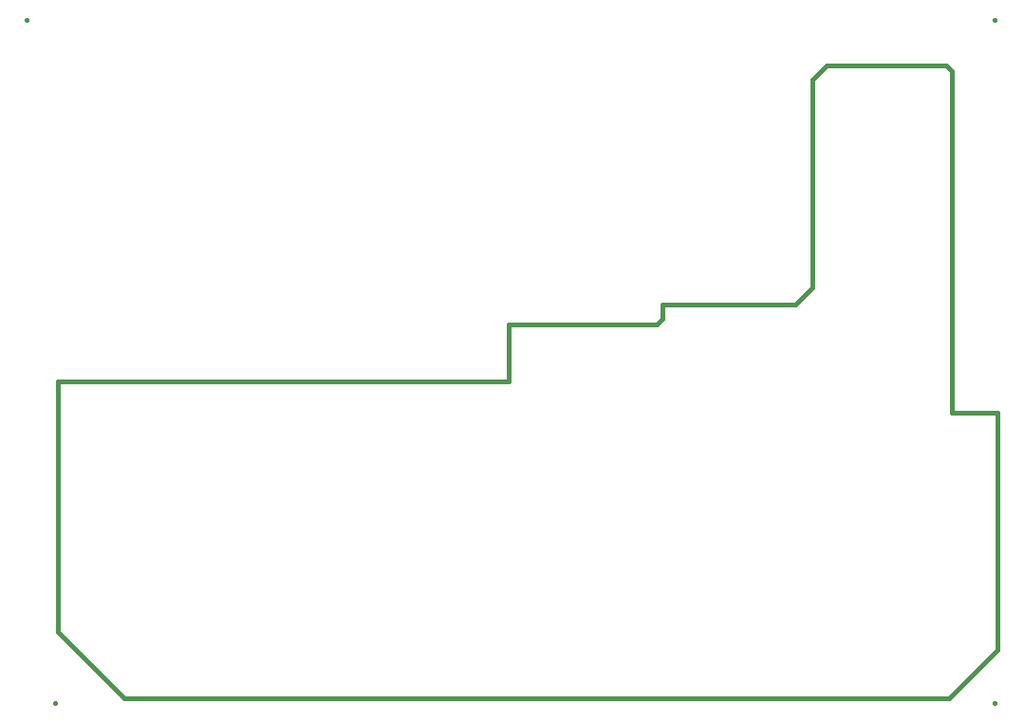
<source format=gbr>
G04 (created by PCBNEW (2013-07-07 BZR 4022)-stable) date 04/04/2014 12:21:01*
%MOIN*%
G04 Gerber Fmt 3.4, Leading zero omitted, Abs format*
%FSLAX34Y34*%
G01*
G70*
G90*
G04 APERTURE LIST*
%ADD10C,0.00590551*%
%ADD11C,0.015*%
G04 APERTURE END LIST*
G54D10*
G54D11*
X41000Y-56000D02*
G75*
G03X41000Y-56000I0J0D01*
G74*
G01*
X40999Y-56000D02*
X41000Y-56000D01*
X41000Y-55999D02*
X41000Y-56000D01*
X74000Y-56000D02*
G75*
G03X74000Y-56000I0J0D01*
G74*
G01*
X73999Y-56000D02*
X74000Y-56000D01*
X74000Y-55999D02*
X74000Y-56000D01*
X74000Y-32000D02*
G75*
G03X74000Y-32000I0J0D01*
G74*
G01*
X73999Y-32000D02*
X74000Y-32000D01*
X74000Y-31999D02*
X74000Y-32000D01*
X40000Y-32000D02*
G75*
G03X40000Y-32000I0J0D01*
G74*
G01*
X39999Y-32000D02*
X40000Y-32000D01*
X40000Y-31999D02*
X40000Y-32000D01*
X72500Y-33800D02*
X72300Y-33600D01*
X72500Y-34000D02*
X72500Y-33800D01*
X72500Y-45800D02*
X72500Y-34000D01*
X74100Y-45800D02*
X72500Y-45800D01*
X74100Y-54100D02*
X74100Y-45800D01*
X41100Y-44750D02*
X41100Y-44700D01*
X41100Y-53500D02*
X41100Y-44750D01*
X43450Y-55850D02*
X41100Y-53500D01*
X72400Y-55850D02*
X43450Y-55850D01*
X74100Y-54150D02*
X72400Y-55850D01*
X68100Y-33600D02*
X72300Y-33600D01*
X67600Y-34100D02*
X68100Y-33600D01*
X67600Y-41400D02*
X67600Y-34100D01*
X67000Y-42000D02*
X67600Y-41400D01*
X62350Y-42000D02*
X67000Y-42000D01*
X62350Y-42500D02*
X62350Y-42000D01*
X62150Y-42700D02*
X62350Y-42500D01*
X56950Y-42700D02*
X62150Y-42700D01*
X56950Y-44700D02*
X56950Y-42700D01*
X41100Y-44700D02*
X56950Y-44700D01*
M02*

</source>
